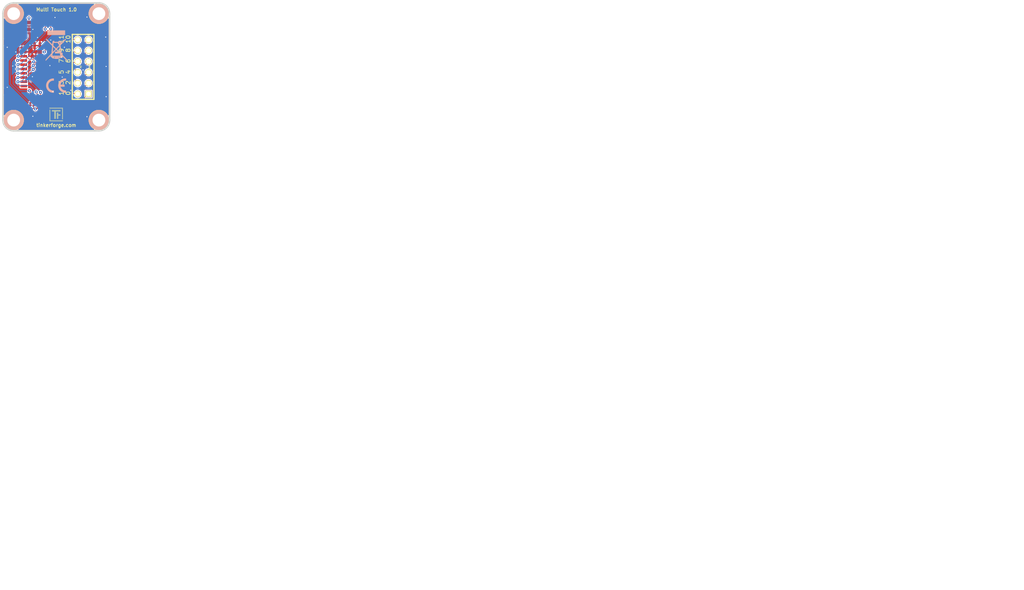
<source format=kicad_pcb>
(kicad_pcb (version 20221018) (generator pcbnew)
  (title_block (title "Multi Touch Bricklet") (rev "1.0") (company "Tinkerforge GmbH") (comment 1 "Licensed under CERN OHL v.1.1") (comment 2 "Copyright (©) 2013, B.Nordmeyer <bastian@tinkerforge.com>"))
  (layers (0 "F.Cu" power "Vorderseite") (31 "B.Cu" signal "Rückseite") (34 "B.Paste" user) (35 "F.Paste" user) (36 "B.SilkS" user "B.Silkscreen") (37 "F.SilkS" user "F.Silkscreen") (38 "B.Mask" user) (39 "F.Mask" user) (44 "Edge.Cuts" user))
  (net 0 "")
  (net 1 "GND")
  (net 2 "VCC")
  (net 3 "Net-(C3-Pad2)")
  (net 4 "Net-(P1-Pad1)")
  (net 5 "Net-(P1-Pad4)")
  (net 6 "Net-(P1-Pad5)")
  (net 7 "Net-(P1-Pad6)")
  (net 8 "Net-(P1-Pad7)")
  (net 9 "Net-(P1-Pad8)")
  (net 10 "Net-(P1-Pad9)")
  (net 11 "Net-(P1-Pad10)")
  (net 12 "Net-(P2-Pad1)")
  (net 13 "Net-(P2-Pad2)")
  (net 14 "Net-(P2-Pad3)")
  (net 15 "Net-(P2-Pad4)")
  (net 16 "Net-(P2-Pad5)")
  (net 17 "Net-(P2-Pad6)")
  (net 18 "Net-(P2-Pad7)")
  (net 19 "Net-(P2-Pad8)")
  (net 20 "Net-(P2-Pad9)")
  (net 21 "Net-(P2-Pad10)")
  (net 22 "Net-(P2-Pad11)")
  (net 23 "Net-(P2-Pad12)")
  (net 24 "Net-(R1-Pad1)")
  (net 25 "Net-(RP1-Pad3)")
  (net 26 "Net-(U1-Pad7)")
  (footprint "kicad-libraries:SOIC8" (layer "F.Cu") (at 52.2 34.6)
    (fp_text reference "U1")
    (fp_text value "M24C64")
    (pad "1" smd rect (at -1.90246 2.69748 180) (size 0.59944 1.5494) (layers "F.Cu" "F.Paste" "F.Mask") (net 1 "GND"))
    (pad "2" smd rect (at -0.63246 2.69748 180) (size 0.59944 1.5494) (layers "F.Cu" "F.Paste" "F.Mask") (net 1 "GND"))
    (pad "3" smd rect (at 0.63246 2.69748 180) (size 0.59944 1.5494) (layers "F.Cu" "F.Paste" "F.Mask") (net 7 "Net-(P1-Pad6)"))
    (pad "4" smd rect (at 1.90246 2.69748 180) (size 0.59944 1.5494) (layers "F.Cu" "F.Paste" "F.Mask") (net 1 "GND"))
    (pad "5" smd rect (at 1.90246 -2.69748) (size 0.59944 1.5494) (layers "F.Cu" "F.Paste" "F.Mask") (net 6 "Net-(P1-Pad5)"))
    (pad "6" smd rect (at 0.63246 -2.69748) (size 0.59944 1.5494) (layers "F.Cu" "F.Paste" "F.Mask") (net 5 "Net-(P1-Pad4)"))
    (pad "7" smd rect (at -0.63246 -2.69748) (size 0.59944 1.5494) (layers "F.Cu" "F.Paste" "F.Mask") (net 26 "Net-(U1-Pad7)"))
    (pad "8" smd rect (at -1.90246 -2.69748) (size 0.59944 1.5494) (layers "F.Cu" "F.Paste" "F.Mask") (net 2 "VCC"))
  )
  (footprint "kicad-libraries:CON-SENSOR" (layer "F.Cu") (at 43 42.3 -90)
    (fp_text reference "P1")
    (fp_text value "CON-SENSOR")
    (pad "1" smd rect (at -4.50088 -4.7752 270) (size 0.59944 1.5494) (layers "F.Cu" "F.Paste" "F.Mask") (net 4 "Net-(P1-Pad1)"))
    (pad "2" smd rect (at -3.50012 -4.7752 270) (size 0.59944 1.5494) (layers "F.Cu" "F.Paste" "F.Mask") (net 1 "GND"))
    (pad "3" smd rect (at -2.49936 -4.7752 270) (size 0.59944 1.5494) (layers "F.Cu" "F.Paste" "F.Mask") (net 2 "VCC"))
    (pad "4" smd rect (at -1.50114 -4.7752 270) (size 0.59944 1.5494) (layers "F.Cu" "F.Paste" "F.Mask") (net 5 "Net-(P1-Pad4)"))
    (pad "5" smd rect (at -0.50038 -4.7752 270) (size 0.59944 1.5494) (layers "F.Cu" "F.Paste" "F.Mask") (net 6 "Net-(P1-Pad5)"))
    (pad "6" smd rect (at 0.50038 -4.7752 270) (size 0.59944 1.5494) (layers "F.Cu" "F.Paste" "F.Mask") (net 7 "Net-(P1-Pad6)"))
    (pad "7" smd rect (at 1.50114 -4.7752 270) (size 0.59944 1.5494) (layers "F.Cu" "F.Paste" "F.Mask") (net 8 "Net-(P1-Pad7)"))
    (pad "8" smd rect (at 2.49936 -4.7752 270) (size 0.59944 1.5494) (layers "F.Cu" "F.Paste" "F.Mask") (net 9 "Net-(P1-Pad8)"))
    (pad "9" smd rect (at 3.50012 -4.7752 270) (size 0.59944 1.5494) (layers "F.Cu" "F.Paste" "F.Mask") (net 10 "Net-(P1-Pad9)"))
    (pad "10" smd rect (at 4.50088 -4.7752 270) (size 0.59944 1.5494) (layers "F.Cu" "F.Paste" "F.Mask") (net 11 "Net-(P1-Pad10)"))
    (pad "EP" smd rect (at -5.79882 -0.89916 270) (size 1.19888 1.80086) (layers "F.Cu" "F.Paste" "F.Mask") (net 1 "GND"))
    (pad "EP" smd rect (at 5.79882 -0.89916 270) (size 1.19888 1.80086) (layers "F.Cu" "F.Paste" "F.Mask") (net 1 "GND"))
  )
  (footprint "kicad-libraries:QFN20-3X3" (layer "F.Cu") (at 53.75 42.05 -90)
    (fp_text reference "U2")
    (fp_text value "MPR121Q")
    (pad "1" smd rect (at -0.79756 1.4986 90) (size 0.24892 0.89916) (layers "F.Cu" "F.Paste" "F.Mask") (net 8 "Net-(P1-Pad7)"))
    (pad "2" smd rect (at -0.39878 1.4986 90) (size 0.24892 0.89916) (layers "F.Cu" "F.Paste" "F.Mask") (net 9 "Net-(P1-Pad8)"))
    (pad "3" smd rect (at 0 1.4986 90) (size 0.24892 0.89916) (layers "F.Cu" "F.Paste" "F.Mask") (net 10 "Net-(P1-Pad9)"))
    (pad "4" smd rect (at 0.39878 1.4986 90) (size 0.24892 0.89916) (layers "F.Cu" "F.Paste" "F.Mask") (net 1 "GND"))
    (pad "5" smd rect (at 0.79756 1.4986 90) (size 0.24892 0.89916) (layers "F.Cu" "F.Paste" "F.Mask") (net 3 "Net-(C3-Pad2)"))
    (pad "6" smd rect (at 1.4986 0.79756 180) (size 0.24892 0.89916) (layers "F.Cu" "F.Paste" "F.Mask") (net 1 "GND"))
    (pad "7" smd rect (at 1.4986 0.39878 180) (size 0.24892 0.89916) (layers "F.Cu" "F.Paste" "F.Mask") (net 24 "Net-(R1-Pad1)"))
    (pad "8" smd rect (at 1.4986 0 180) (size 0.24892 0.89916) (layers "F.Cu" "F.Paste" "F.Mask") (net 12 "Net-(P2-Pad1)"))
    (pad "9" smd rect (at 1.4986 -0.39878 180) (size 0.24892 0.89916) (layers "F.Cu" "F.Paste" "F.Mask") (net 13 "Net-(P2-Pad2)"))
    (pad "10" smd rect (at 1.4986 -0.79756 180) (size 0.24892 0.89916) (layers "F.Cu" "F.Paste" "F.Mask") (net 14 "Net-(P2-Pad3)"))
    (pad "11" smd rect (at 0.79756 -1.4986 270) (size 0.24892 0.89916) (layers "F.Cu" "F.Paste" "F.Mask") (net 15 "Net-(P2-Pad4)"))
    (pad "12" smd rect (at 0.39878 -1.4986 270) (size 0.24892 0.89916) (layers "F.Cu" "F.Paste" "F.Mask") (net 16 "Net-(P2-Pad5)"))
    (pad "13" smd rect (at 0 -1.4986 270) (size 0.24892 0.89916) (layers "F.Cu" "F.Paste" "F.Mask") (net 17 "Net-(P2-Pad6)"))
    (pad "14" smd rect (at -0.39878 -1.4986 270) (size 0.24892 0.89916) (layers "F.Cu" "F.Paste" "F.Mask") (net 18 "Net-(P2-Pad7)"))
    (pad "15" smd rect (at -0.79756 -1.4986 270) (size 0.24892 0.89916) (layers "F.Cu" "F.Paste" "F.Mask") (net 19 "Net-(P2-Pad8)"))
    (pad "16" smd rect (at -1.4986 -0.79756) (size 0.24892 0.89916) (layers "F.Cu" "F.Paste" "F.Mask") (net 20 "Net-(P2-Pad9)"))
    (pad "17" smd rect (at -1.4986 -0.39878) (size 0.24892 0.89916) (layers "F.Cu" "F.Paste" "F.Mask") (net 21 "Net-(P2-Pad10)"))
    (pad "18" smd rect (at -1.4986 0) (size 0.24892 0.89916) (layers "F.Cu" "F.Paste" "F.Mask") (net 22 "Net-(P2-Pad11)"))
    (pad "19" smd rect (at -1.4986 0.39878) (size 0.24892 0.89916) (layers "F.Cu" "F.Paste" "F.Mask") (net 23 "Net-(P2-Pad12)"))
    (pad "20" smd rect (at -1.4986 0.79756) (size 0.24892 0.89916) (layers "F.Cu" "F.Paste" "F.Mask") (net 2 "VCC"))
  )
  (footprint "pin_array_6x2" (layer "F.Cu") (at 61.7 42.3 90)
    (fp_text reference "P2" (at 0 -0.5 90) (layer "F.SilkS") (effects (font (size 0.3 0.3) (thickness 0.075))))
    (fp_text value "CONN_12" (at 0.1 1.5 90) (layer "F.SilkS") (effects (font (size 0.3 0.3) (thickness 0.075))))
    (pad "1" thru_hole rect (at -6.35 1.27 90) (size 1.524 1.524) (drill 1.016) (layers "*.Cu" "*.Mask" "F.SilkS") (net 12 "Net-(P2-Pad1)"))
    (pad "2" thru_hole circle (at -6.35 -1.27 90) (size 1.524 1.524) (drill 1.016) (layers "*.Cu" "*.Mask" "F.SilkS") (net 13 "Net-(P2-Pad2)"))
    (pad "3" thru_hole circle (at -3.81 1.27 90) (size 1.524 1.524) (drill 1.016) (layers "*.Cu" "*.Mask" "F.SilkS") (net 14 "Net-(P2-Pad3)"))
    (pad "4" thru_hole circle (at -3.81 -1.27 90) (size 1.524 1.524) (drill 1.016) (layers "*.Cu" "*.Mask" "F.SilkS") (net 15 "Net-(P2-Pad4)"))
    (pad "5" thru_hole circle (at -1.27 1.27 90) (size 1.524 1.524) (drill 1.016) (layers "*.Cu" "*.Mask" "F.SilkS") (net 16 "Net-(P2-Pad5)"))
    (pad "6" thru_hole circle (at -1.27 -1.27 90) (size 1.524 1.524) (drill 1.016) (layers "*.Cu" "*.Mask" "F.SilkS") (net 17 "Net-(P2-Pad6)"))
    (pad "7" thru_hole circle (at 1.27 1.27 90) (size 1.524 1.524) (drill 1.016) (layers "*.Cu" "*.Mask" "F.SilkS") (net 18 "Net-(P2-Pad7)"))
    (pad "8" thru_hole circle (at 1.27 -1.27 90) (size 1.524 1.524) (drill 1.016) (layers "*.Cu" "*.Mask" "F.SilkS") (net 19 "Net-(P2-Pad8)"))
    (pad "9" thru_hole circle (at 3.81 1.27 90) (size 1.524 1.524) (drill 1.016) (layers "*.Cu" "*.Mask" "F.SilkS") (net 20 "Net-(P2-Pad9)"))
    (pad "10" thru_hole circle (at 3.81 -1.27 90) (size 1.524 1.524) (drill 1.016) (layers "*.Cu" "*.Mask" "F.SilkS") (net 21 "Net-(P2-Pad10)"))
    (pad "11" thru_hole circle (at 6.35 1.27 90) (size 1.524 1.524) (drill 1.016) (layers "*.Cu" "*.Mask" "F.SilkS") (net 22 "Net-(P2-Pad11)"))
    (pad "12" thru_hole circle (at 6.35 -1.27 90) (size 1.524 1.524) (drill 1.016) (layers "*.Cu" "*.Mask" "F.SilkS") (net 23 "Net-(P2-Pad12)"))
  )
  (footprint "kicad-libraries:0603X4" (layer "F.Cu") (at 50.5 50.2)
    (fp_text reference "RP1")
    (fp_text value "10k")
    (pad "1" smd rect (at 1.19888 -0.8509) (size 0.44958 0.89916) (layers "F.Cu" "F.Paste" "F.Mask") (net 10 "Net-(P1-Pad9)"))
    (pad "2" smd rect (at 0.39878 -0.8509) (size 0.44958 0.89916) (layers "F.Cu" "F.Paste" "F.Mask") (net 9 "Net-(P1-Pad8)"))
    (pad "3" smd rect (at -0.39878 -0.8509) (size 0.44958 0.89916) (layers "F.Cu" "F.Paste" "F.Mask") (net 25 "Net-(RP1-Pad3)"))
    (pad "4" smd rect (at -1.19888 -0.8509) (size 0.44958 0.89916) (layers "F.Cu" "F.Paste" "F.Mask") (net 8 "Net-(P1-Pad7)"))
    (pad "5" smd rect (at -1.19888 0.8509) (size 0.44958 0.89916) (layers "F.Cu" "F.Paste" "F.Mask") (net 2 "VCC"))
    (pad "6" smd rect (at -0.39878 0.8509) (size 0.44958 0.89916) (layers "F.Cu" "F.Paste" "F.Mask") (net 2 "VCC"))
    (pad "7" smd rect (at 0.39878 0.8509) (size 0.44958 0.89916) (layers "F.Cu" "F.Paste" "F.Mask") (net 2 "VCC"))
    (pad "8" smd rect (at 1.19888 0.8509) (size 0.44958 0.89916) (layers "F.Cu" "F.Paste" "F.Mask") (net 2 "VCC"))
  )
  (footprint "kicad-libraries:Logo_31x31" (layer "F.Cu") (at 53.8 51.9)
    (fp_text reference "G***" hide)
    (fp_text value "Logo_31x31" hide)
  )
  (footprint "kicad-libraries:Fiducial_Mark" (layer "F.Cu") (at 61.4 52.3)
    (fp_text reference "Fiducial_Mark" hide)
    (fp_text value "VAL**" hide)
    (pad "1" smd circle (at 0 0) (size 1.00076 1.00076) (layers "F.Cu" "F.Paste" "F.Mask") (clearance 0.65024))
  )
  (footprint "kicad-libraries:Fiducial_Mark" (layer "F.Cu") (at 47.75 35.05)
    (fp_text reference "Fiducial_Mark" hide)
    (fp_text value "VAL**" hide)
    (pad "1" smd circle (at 0 0) (size 1.00076 1.00076) (layers "F.Cu" "F.Paste" "F.Mask") (clearance 0.65024))
  )
  (footprint "kicad-libraries:C0603" (layer "F.Cu") (at 49 32.7 -90)
    (fp_text reference "C1")
    (fp_text value "100nF")
    (pad "1" smd rect (at -0.8001 0 270) (size 0.8001 0.8001) (layers "F.Cu" "F.Paste" "F.Mask") (net 2 "VCC"))
    (pad "2" smd rect (at 0.8001 0 270) (size 0.8001 0.8001) (layers "F.Cu" "F.Paste" "F.Mask") (net 1 "GND"))
  )
  (footprint "kicad-libraries:C0603" (layer "F.Cu") (at 50.6 39.8)
    (fp_text reference "C2")
    (fp_text value "100nF")
    (pad "1" smd rect (at -0.8001 0) (size 0.8001 0.8001) (layers "F.Cu" "F.Paste" "F.Mask") (net 1 "GND"))
    (pad "2" smd rect (at 0.8001 0) (size 0.8001 0.8001) (layers "F.Cu" "F.Paste" "F.Mask") (net 2 "VCC"))
  )
  (footprint "kicad-libraries:C0603" (layer "F.Cu") (at 50.55 43.95)
    (fp_text reference "C3")
    (fp_text value "100nF")
    (pad "1" smd rect (at -0.8001 0) (size 0.8001 0.8001) (layers "F.Cu" "F.Paste" "F.Mask") (net 1 "GND"))
    (pad "2" smd rect (at 0.8001 0) (size 0.8001 0.8001) (layers "F.Cu" "F.Paste" "F.Mask") (net 3 "Net-(C3-Pad2)"))
  )
  (footprint "kicad-libraries:R0603" (layer "F.Cu") (at 50.55 45.35 180)
    (fp_text reference "R1")
    (fp_text value "75k")
    (pad "1" smd rect (at -0.8001 0 180) (size 0.8001 0.8001) (layers "F.Cu" "F.Paste" "F.Mask") (net 24 "Net-(R1-Pad1)"))
    (pad "2" smd rect (at 0.8001 0 180) (size 0.8001 0.8001) (layers "F.Cu" "F.Paste" "F.Mask") (net 1 "GND"))
  )
  (footprint "kicad-libraries:DRILL_NP" (layer "F.Cu") (at 65.4 29.8)
    (fp_text reference "U3" hide)
    (fp_text value "DRILL" hide)
    (pad "" np_thru_hole circle (at 0 0) (size 2.99974 2.99974) (drill 2.99974) (layers "*.Cu" "*.Mask" "F.SilkS") (clearance 0.89916))
  )
  (footprint "kicad-libraries:DRILL_NP" (layer "F.Cu") (at 45.4 54.8)
    (fp_text reference "U4" hide)
    (fp_text value "DRILL" hide)
    (pad "" np_thru_hole circle (at 0 0) (size 2.99974 2.99974) (drill 2.99974) (layers "*.Cu" "*.Mask" "F.SilkS") (clearance 0.89916))
  )
  (footprint "kicad-libraries:DRILL_NP" (layer "F.Cu") (at 65.4 54.8)
    (fp_text reference "U5" hide)
    (fp_text value "DRILL" hide)
    (pad "" np_thru_hole circle (at 0 0) (size 2.99974 2.99974) (drill 2.99974) (layers "*.Cu" "*.Mask" "F.SilkS") (clearance 0.89916))
  )
  (footprint "kicad-libraries:DRILL_NP" (layer "F.Cu") (at 45.4 29.8)
    (fp_text reference "U6" hide)
    (fp_text value "DRILL" hide)
    (pad "" np_thru_hole circle (at 0 0) (size 2.99974 2.99974) (drill 2.99974) (layers "*.Cu" "*.Mask" "F.SilkS") (clearance 0.89916))
  )
  (footprint "kicad-libraries:CE_5mm" (layer "B.Cu") (at 55.4 46.7)
    (fp_text reference "VAL" hide)
    (fp_text value "CE_5mm" hide)
  )
  (footprint "kicad-libraries:WEEE_7mm" (layer "B.Cu") (at 55.4 37.3)
    (fp_text reference "VAL" hide)
    (fp_text value "WEEE_7mm" hide)
  )
  (gr_arc (start 65.5 27.3) (mid 67.238478 28.102944) (end 67.9 29.9) (stroke (width 0.381)) (layer "Edge.Cuts"))
  (gr_arc (start 42.9 29.8) (mid 43.632233 28.032233) (end 45.4 27.3) (stroke (width 0.381)) (layer "Edge.Cuts"))
  (gr_line (start 65.5 27.3) (end 45.4 27.3) (stroke (width 0.381)) (layer "Edge.Cuts"))
  (gr_arc (start 45.4 57.3) (mid 43.632233 56.567767) (end 42.9 54.8) (stroke (width 0.381)) (layer "Edge.Cuts"))
  (gr_arc (start 67.9 54.8) (mid 67.167767 56.567767) (end 65.4 57.3) (stroke (width 0.381)) (layer "Edge.Cuts"))
  (gr_line (start 67.9 29.9) (end 67.9 54.8) (stroke (width 0.381)) (layer "Edge.Cuts"))
  (gr_line (start 45.4 57.3) (end 65.4 57.3) (stroke (width 0.381)) (layer "Edge.Cuts"))
  (gr_line (start 42.9 54.8) (end 42.9 29.8) (stroke (width 0.381)) (layer "Edge.Cuts"))
  (gr_text "2" (at 58.2 46 90) (layer "F.SilkS") (effects (font (size 1 1))))
  (gr_text "1" (at 56.6 48.5 90) (layer "F.SilkS") (effects (font (size 1 1))))
  (gr_text "3" (at 56.6 46 90) (layer "F.SilkS") (effects (font (size 1 1))))
  (gr_text "9" (at 56.6 38.4 90) (layer "F.SilkS") (effects (font (size 1 1))))
  (gr_text "8" (at 58.2 38.4 90) (layer "F.SilkS") (effects (font (size 1 1))))
  (gr_text "5" (at 56.6 43.5 90) (layer "F.SilkS") (effects (font (size 1 1))))
  (gr_text "10" (at 58.2 35.8 90) (layer "F.SilkS") (effects (font (size 1 1))))
  (gr_text "7" (at 56.6 40.9 90) (layer "F.SilkS") (effects (font (size 1 1))))
  (gr_text "6" (at 58.2 40.9 90) (layer "F.SilkS") (effects (font (size 1 1))))
  (gr_text "11" (at 56.6 35.8 90) (layer "F.SilkS") (effects (font (size 1 1))))
  (gr_text "Multi Touch 1.0" (at 55.45 28.85) (layer "F.SilkS") (effects (font (size 0.8 0.8))))
  (gr_text "4" (at 58.2 43.5 90) (layer "F.SilkS") (effects (font (size 1 1))))
  (gr_text "tinkerforge.com" (at 55.4 56) (layer "F.SilkS") (effects (font (size 0.8 0.8))))
  (gr_text "0" (at 58.2 48.5 90) (layer "F.SilkS") (effects (font (size 1 1))))
  (segment (start 49.85 43.95) (end 51.35122 42.44878) (width 0.15) (layer "F.Cu") (net 1))
  (segment (start 51.35122 42.44878) (end 52.2514 42.44878) (width 0.15) (layer "F.Cu") (net 1))
  (segment (start 52.95244 42.94756) (end 53.9 42) (width 0.15) (layer "F.Cu") (net 1))
  (segment (start 49.7999 37.7999) (end 49.2 37.2) (width 0.15) (layer "F.Cu") (net 1))
  (segment (start 49.7999 39.3999) (end 49.19988 38.79988) (width 0.15) (layer "F.Cu") (net 1))
  (segment (start 49.19988 38.79988) (end 47.7752 38.79988) (width 0.15) (layer "F.Cu") (net 1))
  (segment (start 45.90012 38.79988) (end 45.9 38.8) (width 0.15) (layer "F.Cu") (net 1))
  (segment (start 50.29754 35.90246) (end 50.5 35.7) (width 0.15) (layer "F.Cu") (net 1))
  (segment (start 50.5 35.7) (end 51 35.7) (width 0.15) (layer "F.Cu") (net 1))
  (segment (start 51.4 35.7) (end 51.56754 35.86754) (width 0.15) (layer "F.Cu") (net 1))
  (segment (start 51.56754 35.86754) (end 51.56754 37.29748) (width 0.15) (layer "F.Cu") (net 1))
  (segment (start 51 35.7) (end 51.4 35.7) (width 0.15) (layer "F.Cu") (net 1))
  (segment (start 49.8999 33.5001) (end 49.9 33.5) (width 0.15) (layer "F.Cu") (net 1))
  (segment (start 54.1 36) (end 54.10246 36.00246) (width 0.15) (layer "F.Cu") (net 1))
  (segment (start 54.10246 36.00246) (end 54.10246 37.29748) (width 0.15) (layer "F.Cu") (net 1))
  (segment (start 53.5 35.4) (end 54.1 36) (width 0.15) (layer "F.Cu") (net 1))
  (segment (start 49.7499 44.5499) (end 49.8 44.6) (width 0.15) (layer "F.Cu") (net 1))
  (segment (start 43.89916 47.10084) (end 43.9 47.1) (width 0.15) (layer "F.Cu") (net 1))
  (segment (start 43.9 37.7) (end 43.89916 37.69916) (width 0.15) (layer "F.Cu") (net 1))
  (segment (start 43.89916 37.69916) (end 43.89916 36.50118) (width 0.15) (layer "F.Cu") (net 1))
  (segment (start 45 38.8) (end 43.9 37.7) (width 0.15) (layer "F.Cu") (net 1))
  (segment (start 51 34.6) (end 49.9 33.5) (width 0.15) (layer "F.Cu") (net 1))
  (segment (start 55.1 30.7) (end 55.2 30.6) (width 0.15) (layer "F.Cu") (net 1))
  (segment (start 55.2 30.6) (end 62.6 30.6) (width 0.15) (layer "F.Cu") (net 1))
  (segment (start 67 35.3) (end 67.1 35.4) (width 0.15) (layer "F.Cu") (net 1))
  (segment (start 67.1 35.4) (end 67.1 42.2) (width 0.15) (layer "F.Cu") (net 1))
  (segment (start 67.1 49.3) (end 65 49.3) (width 0.15) (layer "F.Cu") (net 1))
  (segment (start 65 49.3) (end 64.8 49.5) (width 0.15) (layer "F.Cu") (net 1))
  (segment (start 64.8 49.5) (end 64.4 49.5) (width 0.15) (layer "F.Cu") (net 1))
  (segment (start 64.4 49.5) (end 62.75 51.15) (width 0.15) (layer "F.Cu") (net 1))
  (segment (start 62.5 42.2) (end 61.7 43) (width 0.15) (layer "F.Cu") (net 1))
  (segment (start 45.8 38.8) (end 45.2 39.4) (width 0.15) (layer "F.Cu") (net 1))
  (segment (start 45.2 39.4) (end 45.2 42.1) (width 0.15) (layer "F.Cu") (net 1))
  (segment (start 62.6 53.8) (end 62.75 53.65) (width 0.15) (layer "F.Cu") (net 1))
  (segment (start 62.75 53.65) (end 62.75 51.15) (width 0.15) (layer "F.Cu") (net 1))
  (segment (start 51 35.4) (end 51 34.6) (width 0.15) (layer "F.Cu") (net 1))
  (segment (start 49.7499 43.95) (end 49.7499 45.35) (width 0.15) (layer "F.Cu") (net 1))
  (segment (start 67.1 42.2) (end 62.5 42.2) (width 0.15) (layer "F.Cu") (net 1))
  (segment (start 51 35.4) (end 53.5 35.4) (width 0.15) (layer "F.Cu") (net 1))
  (segment (start 49.7999 37.7999) (end 49.7999 39.8) (width 0.15) (layer "F.Cu") (net 1))
  (segment (start 45.9 38.8) (end 45.8 38.8) (width 0.15) (layer "F.Cu") (net 1))
  (segment (start 49.8999 33.5001) (end 49 33.5001) (width 0.15) (layer "F.Cu") (net 1))
  (segment (start 43.89916 48.09882) (end 43.89916 47.10084) (width 0.15) (layer "F.Cu") (net 1))
  (segment (start 62.6 54) (end 62.6 53.8) (width 0.15) (layer "F.Cu") (net 1))
  (segment (start 49.7499 43.95) (end 49.7499 44.5499) (width 0.15) (layer "F.Cu") (net 1))
  (segment (start 49.7999 39.8) (end 49.7999 39.3999) (width 0.15) (layer "F.Cu") (net 1))
  (segment (start 45.9 38.8) (end 45 38.8) (width 0.15) (layer "F.Cu") (net 1))
  (segment (start 52.95244 43.5486) (end 52.95244 42.94756) (width 0.15) (layer "F.Cu") (net 1))
  (segment (start 50.29754 37.29748) (end 50.29754 35.90246) (width 0.15) (layer "F.Cu") (net 1))
  (segment (start 47.7752 38.79988) (end 45.90012 38.79988) (width 0.15) (layer "F.Cu") (net 1))
  (segment (start 51 35.7) (end 51 35.4) (width 0.15) (layer "F.Cu") (net 1))
  (segment (start 49.7499 43.95) (end 49.85 43.95) (width 0.15) (layer "F.Cu") (net 1))
  (via (at 61.7 43) (size 0.70104) (drill 0.24892) (layers "F.Cu" "B.Cu") (net 1))
  (via (at 67 35.3) (size 0.70104) (drill 0.24892) (layers "F.Cu" "B.Cu") (net 1))
  (via (at 49.8 44.6) (size 0.70104) (drill 0.24892) (layers "F.Cu" "B.Cu") (net 1))
  (via (at 54.6 48.1) (size 0.70104) (drill 0.24892) (layers "F.Cu" "B.Cu") (net 1))
  (via (at 49.9 53.9) (size 0.70104) (drill 0.24892) (layers "F.Cu" "B.Cu") (net 1))
  (via (at 62.6 54) (size 0.70104) (drill 0.24892) (layers "F.Cu" "B.Cu") (net 1))
  (via (at 58.8 47.8) (size 0.70104) (drill 0.24892) (layers "F.Cu" "B.Cu") (net 1))
  (via (at 56.7 40) (size 0.70104) (drill 0.24892) (layers "F.Cu" "B.Cu") (net 1))
  (via (at 49.9 33.5) (size 0.70104) (drill 0.24892) (layers "F.Cu" "B.Cu") (net 1))
  (via (at 67.1 49.3) (size 0.70104) (drill 0.24892) (layers "F.Cu" "B.Cu") (net 1))
  (via (at 49.2 37.2) (size 0.70104) (drill 0.24892) (layers "F.Cu" "B.Cu") (net 1))
  (via (at 53.9 42) (size 0.70104) (drill 0.24892) (layers "F.Cu" "B.Cu") (net 1))
  (via (at 57.3 37.7) (size 0.70104) (drill 0.24892) (layers "F.Cu" "B.Cu") (net 1))
  (via (at 55.1 30.7) (size 0.70104) (drill 0.24892) (layers "F.Cu" "B.Cu") (net 1))
  (via (at 43.9 37.7) (size 0.70104) (drill 0.24892) (layers "F.Cu" "B.Cu") (net 1))
  (via (at 67.1 42.2) (size 0.70104) (drill 0.24892) (layers "F.Cu" "B.Cu") (net 1))
  (via (at 45.9 38.8) (size 0.70104) (drill 0.24892) (layers "F.Cu" "B.Cu") (net 1))
  (via (at 45.2 42.1) (size 0.70104) (drill 0.24892) (layers "F.Cu" "B.Cu") (net 1))
  (via (at 62.6 30.6) (size 0.70104) (drill 0.24892) (layers "F.Cu" "B.Cu") (net 1))
  (via (at 51 35.4) (size 0.70104) (drill 0.24892) (layers "F.Cu" "B.Cu") (net 1))
  (via (at 43.9 47.1) (size 0.70104) (drill 0.24892) (layers "F.Cu" "B.Cu") (net 1))
  (via (at 54.1 36) (size 0.70104) (drill 0.24892) (layers "F.Cu" "B.Cu") (net 1))
  (via (at 56.8 44.7) (size 0.70104) (drill 0.24892) (layers "F.Cu" "B.Cu") (net 1))
  (segment (start 53.9 36.2) (end 54.1 36) (width 0.15) (layer "B.Cu") (net 1))
  (segment (start 51.9 44.6) (end 52.1 44.4) (width 0.15) (layer "B.Cu") (net 1))
  (segment (start 53.9 42.6) (end 53.9 42) (width 0.15) (layer "B.Cu") (net 1))
  (segment (start 43.9 47.1) (end 43.9 37.7) (width 0.15) (layer "B.Cu") (net 1))
  (segment (start 54.1 35.9) (end 55.1 34.9) (width 0.15) (layer "B.Cu") (net 1))
  (segment (start 55.1 34.9) (end 55.1 30.7) (width 0.15) (layer "B.Cu") (net 1))
  (segment (start 62.6 30.6) (end 62.6 33.6) (width 0.15) (layer "B.Cu") (net 1))
  (segment (start 62.6 33.6) (end 64.3 35.3) (width 0.15) (layer "B.Cu") (net 1))
  (segment (start 64.3 35.3) (end 67 35.3) (width 0.15) (layer "B.Cu") (net 1))
  (segment (start 67.1 42.2) (end 67.1 49.3) (width 0.15) (layer "B.Cu") (net 1))
  (segment (start 62.6 54) (end 62.5 53.9) (width 0.15) (layer "B.Cu") (net 1))
  (segment (start 62.5 53.9) (end 49.9 53.9) (width 0.15) (layer "B.Cu") (net 1))
  (segment (start 52.1 44.4) (end 53.9 42.6) (width 0.15) (layer "B.Cu") (net 1))
  (segment (start 52.1 45.6) (end 54.6 48.1) (width 0.15) (layer "B.Cu") (net 1))
  (segment (start 54.1 42) (end 56.8 44.7) (width 0.15) (layer "B.Cu") (net 1))
  (segment (start 54.7 42) (end 56.7 40) (width 0.15) (layer "B.Cu") (net 1))
  (segment (start 55.6 36) (end 57.3 37.7) (width 0.15) (layer "B.Cu") (net 1))
  (segment (start 58.5 48.1) (end 58.8 47.8) (width 0.15) (layer "B.Cu") (net 1))
  (segment (start 51 35.4) (end 49.2 37.2) (width 0.15) (layer "B.Cu") (net 1))
  (segment (start 53.9 42) (end 54.7 42) (width 0.15) (layer "B.Cu") (net 1))
  (segment (start 54.6 48.1) (end 58.5 48.1) (width 0.15) (layer "B.Cu") (net 1))
  (segment (start 53.9 42) (end 54.1 42) (width 0.15) (layer "B.Cu") (net 1))
  (segment (start 54.1 36) (end 54.1 35.9) (width 0.15) (layer "B.Cu") (net 1))
  (segment (start 49.8 44.6) (end 51.9 44.6) (width 0.15) (layer "B.Cu") (net 1))
  (segment (start 52.1 44.4) (end 52.1 45.6) (width 0.15) (layer "B.Cu") (net 1))
  (segment (start 54.1 36) (end 55.6 36) (width 0.15) (layer "B.Cu") (net 1))
  (segment (start 53.9 42) (end 53.9 36.2) (width 0.15) (layer "B.Cu") (net 1))
  (segment (start 52.1515 40.5514) (end 51.4001 39.8) (width 0.15) (layer "F.Cu") (net 2))
  (segment (start 46.50064 39.80064) (end 46.5 39.8) (width 0.15) (layer "F.Cu") (net 2))
  (segment (start 48.30064 39.80064) (end 49 40.5) (width 0.15) (layer "F.Cu") (net 2))
  (segment (start 49 40.5) (end 50.7001 40.5) (width 0.15) (layer "F.Cu") (net 2))
  (segment (start 50.7001 40.5) (end 51.4001 39.8) (width 0.15) (layer "F.Cu") (net 2))
  (segment (start 50.29492 31.8999) (end 50.29754 31.90252) (width 0.15) (layer "F.Cu") (net 2))
  (segment (start 51.69888 51.80112) (end 51.4 52.1) (width 0.15) (layer "F.Cu") (net 2))
  (segment (start 51.4 52.1) (end 50.9 52.1) (width 0.15) (layer "F.Cu") (net 2))
  (segment (start 49.6 52.1) (end 49.30112 51.80112) (width 0.15) (layer "F.Cu") (net 2))
  (segment (start 49.30112 51.80112) (end 49.30112 51.0509) (width 0.15) (layer "F.Cu") (net 2))
  (segment (start 50.10122 52.1) (end 50.1 52.1) (width 0.15) (layer "F.Cu") (net 2))
  (segment (start 50.1 52.1) (end 49.6 52.1) (width 0.15) (layer "F.Cu") (net 2))
  (segment (start 50.89878 52.1) (end 50.9 52.1) (width 0.15) (layer "F.Cu") (net 2))
  (segment (start 50.9 52.1) (end 50.5 52.1) (width 0.15) (layer "F.Cu") (net 2))
  (segment (start 50.5 52.1) (end 50.1 52.1) (width 0.15) (layer "F.Cu") (net 2))
  (segment (start 49 31.8999) (end 50.29492 31.8999) (width 0.15) (layer "F.Cu") (net 2))
  (segment (start 52.95244 40.5514) (end 52.1515 40.5514) (width 0.15) (layer "F.Cu") (net 2))
  (segment (start 46.50064 39.80064) (end 47.7752 39.80064) (width 0.15) (layer "F.Cu") (net 2))
  (segment (start 50.5 52.1) (end 50.5 52.2) (width 0.15) (layer "F.Cu") (net 2))
  (segment (start 49 31.8999) (end 49 30.8) (width 0.15) (layer "F.Cu") (net 2))
  (segment (start 51.69888 51.0509) (end 51.69888 51.80112) (width 0.15) (layer "F.Cu") (net 2))
  (segment (start 47.7752 39.80064) (end 48.30064 39.80064) (width 0.15) (layer "F.Cu") (net 2))
  (segment (start 50.10122 51.0509) (end 50.10122 52.1) (width 0.15) (layer "F.Cu") (net 2))
  (segment (start 50.89878 51.0509) (end 50.89878 52.1) (width 0.15) (layer "F.Cu") (net 2))
  (via (at 50.5 52.2) (size 0.70104) (drill 0.24892) (layers "F.Cu" "B.Cu") (net 2))
  (via (at 46.5 39.8) (size 0.70104) (drill 0.24892) (layers "F.Cu" "B.Cu") (net 2))
  (via (at 49 30.8) (size 0.70104) (drill 0.24892) (layers "F.Cu" "B.Cu") (net 2))
  (segment (start 49 30.8) (end 49 35.7) (width 0.15) (layer "B.Cu") (net 2))
  (segment (start 49 35.7) (end 46.5 38.2) (width 0.15) (layer "B.Cu") (net 2))
  (segment (start 46.5 38.2) (end 46.5 39.8) (width 0.15) (layer "B.Cu") (net 2))
  (segment (start 50.5 52.2) (end 44.6 46.3) (width 0.15) (layer "B.Cu") (net 2))
  (segment (start 44.6 46.3) (end 44.6 41) (width 0.15) (layer "B.Cu") (net 2))
  (segment (start 44.6 41) (end 45.8 39.8) (width 0.15) (layer "B.Cu") (net 2))
  (segment (start 45.8 39.8) (end 46.5 39.8) (width 0.15) (layer "B.Cu") (net 2))
  (segment (start 51.55244 42.84756) (end 51.3501 43.0499) (width 0.15) (layer "F.Cu") (net 3))
  (segment (start 51.3501 43.0499) (end 51.3501 43.95) (width 0.15) (layer "F.Cu") (net 3))
  (segment (start 52.2514 42.84756) (end 51.55244 42.84756) (width 0.15) (layer "F.Cu") (net 3))
  (segment (start 52.83246 33.36754) (end 52.8 33.4) (width 0.15) (layer "F.Cu") (net 5))
  (segment (start 46.3 40.8) (end 46.30114 40.79886) (width 0.15) (layer "F.Cu") (net 5))
  (segment (start 46.30114 40.79886) (end 47.7752 40.79886) (width 0.15) (layer "F.Cu") (net 5))
  (segment (start 52.83246 31.90252) (end 52.83246 33.36754) (width 0.15) (layer "F.Cu") (net 5))
  (via (at 46.3 40.8) (size 0.70104) (drill 0.24892) (layers "F.Cu" "B.Cu") (net 5))
  (via (at 52.8 33.4) (size 0.70104) (drill 0.24892) (layers "F.Cu" "B.Cu") (net 5))
  (segment (start 52.8 33.4) (end 52.8 34.5) (width 0.15) (layer "B.Cu") (net 5))
  (segment (start 52.8 34.5) (end 46.5 40.8) (width 0.15) (layer "B.Cu") (net 5))
  (segment (start 46.5 40.8) (end 46.3 40.8) (width 0.15) (layer "B.Cu") (net 5))
  (segment (start 46.40038 41.79962) (end 46.4 41.8) (width 0.15) (layer "F.Cu") (net 6))
  (segment (start 54.1 33.4) (end 54.10246 33.39754) (width 0.15) (layer "F.Cu") (net 6))
  (segment (start 54.10246 33.39754) (end 54.10246 31.90252) (width 0.15) (layer "F.Cu") (net 6))
  (segment (start 47.7752 41.79962) (end 46.40038 41.79962) (width 0.15) (layer "F.Cu") (net 6))
  (via (at 46.4 41.8) (size 0.70104) (drill 0.24892) (layers "F.Cu" "B.Cu") (net 6))
  (via (at 54.1 33.4) (size 0.70104) (drill 0.24892) (layers "F.Cu" "B.Cu") (net 6))
  (segment (start 46.4 41.8) (end 46.7 41.5) (width 0.15) (layer "B.Cu") (net 6))
  (segment (start 46.7 41.5) (end 47.2 41.5) (width 0.15) (layer "B.Cu") (net 6))
  (segment (start 47.2 41.5) (end 54.1 34.6) (width 0.15) (layer "B.Cu") (net 6))
  (segment (start 54.1 34.6) (end 54.1 33.4) (width 0.15) (layer "B.Cu") (net 6))
  (segment (start 46.40038 42.80038) (end 46.4 42.8) (width 0.15) (layer "F.Cu") (net 7))
  (segment (start 52.6 38.8) (end 52.83246 38.56754) (width 0.15) (layer "F.Cu") (net 7))
  (segment (start 52.83246 38.56754) (end 52.83246 37.29748) (width 0.15) (layer "F.Cu") (net 7))
  (segment (start 47.7752 42.80038) (end 46.40038 42.80038) (width 0.15) (layer "F.Cu") (net 7))
  (via (at 52.6 38.8) (size 0.70104) (drill 0.24892) (layers "F.Cu" "B.Cu") (net 7))
  (via (at 46.4 42.8) (size 0.70104) (drill 0.24892) (layers "F.Cu" "B.Cu") (net 7))
  (segment (start 46.4 42.8) (end 47.1 42.8) (width 0.15) (layer "B.Cu") (net 7))
  (segment (start 47.1 42.8) (end 51.1 38.8) (width 0.15) (layer "B.Cu") (net 7))
  (segment (start 51.1 38.8) (end 52.6 38.8) (width 0.15) (layer "B.Cu") (net 7))
  (segment (start 46.40114 43.80114) (end 46.4 43.8) (width 0.15) (layer "F.Cu") (net 8))
  (segment (start 50.1 41.1) (end 50.25244 41.25244) (width 0.15) (layer "F.Cu") (net 8))
  (segment (start 50.25244 41.25244) (end 52.2514 41.25244) (width 0.15) (layer "F.Cu") (net 8))
  (segment (start 49.1 47.9) (end 49.30112 48.10112) (width 0.15) (layer "F.Cu") (net 8))
  (segment (start 49.30112 48.10112) (end 49.30112 49.3491) (width 0.15) (layer "F.Cu") (net 8))
  (segment (start 47.7752 43.80114) (end 46.40114 43.80114) (width 0.15) (layer "F.Cu") (net 8))
  (via (at 46.4 43.8) (size 0.70104) (drill 0.24892) (layers "F.Cu" "B.Cu") (net 8))
  (via (at 50.1 41.1) (size 0.70104) (drill 0.24892) (layers "F.Cu" "B.Cu") (net 8))
  (via (at 49.1 47.9) (size 0.70104) (drill 0.24892) (layers "F.Cu" "B.Cu") (net 8))
  (segment (start 46.4 43.8) (end 47.1 43.8) (width 0.15) (layer "B.Cu") (net 8))
  (segment (start 47.1 43.8) (end 49.8 41.1) (width 0.15) (layer "B.Cu") (net 8))
  (segment (start 49.8 41.1) (end 50.1 41.1) (width 0.15) (layer "B.Cu") (net 8))
  (segment (start 46 43.8) (end 45.3 44.5) (width 0.15) (layer "B.Cu") (net 8))
  (segment (start 45.3 44.5) (end 45.3 46.3) (width 0.15) (layer "B.Cu") (net 8))
  (segment (start 45.3 46.3) (end 46.9 47.9) (width 0.15) (layer "B.Cu") (net 8))
  (segment (start 46.9 47.9) (end 49.1 47.9) (width 0.15) (layer "B.Cu") (net 8))
  (segment (start 46.4 43.8) (end 46 43.8) (width 0.15) (layer "B.Cu") (net 8))
  (segment (start 46.40064 44.79936) (end 46.4 44.8) (width 0.15) (layer "F.Cu") (net 9))
  (segment (start 50 42) (end 50.34878 41.65122) (width 0.15) (layer "F.Cu") (net 9))
  (segment (start 50.34878 41.65122) (end 52.2514 41.65122) (width 0.15) (layer "F.Cu") (net 9))
  (segment (start 50.7 48.2) (end 50.89878 48.39878) (width 0.15) (layer "F.Cu") (net 9))
  (segment (start 50.89878 48.39878) (end 50.89878 49.3491) (width 0.15) (layer "F.Cu") (net 9))
  (segment (start 47.7752 44.79936) (end 46.40064 44.79936) (width 0.15) (layer "F.Cu") (net 9))
  (via (at 46.4 44.8) (size 0.70104) (drill 0.24892) (layers "F.Cu" "B.Cu") (net 9))
  (via (at 50.7 48.2) (size 0.70104) (drill 0.24892) (layers "F.Cu" "B.Cu") (net 9))
  (via (at 50 42) (size 0.70104) (drill 0.24892) (layers "F.Cu" "B.Cu") (net 9))
  (segment (start 46.4 44.8) (end 47.2 44.8) (width 0.15) (layer "B.Cu") (net 9))
  (segment (start 47.2 44.8) (end 50 42) (width 0.15) (layer "B.Cu") (net 9))
  (segment (start 46.2 44.8) (end 45.8 45.2) (width 0.15) (layer "B.Cu") (net 9))
  (segment (start 45.8 45.2) (end 45.8 46.1) (width 0.15) (layer "B.Cu") (net 9))
  (segment (start 45.8 46.1) (end 46.4 46.7) (width 0.15) (layer "B.Cu") (net 9))
  (segment (start 46.4 46.7) (end 49.2 46.7) (width 0.15) (layer "B.Cu") (net 9))
  (segment (start 49.2 46.7) (end 50.7 48.2) (width 0.15) (layer "B.Cu") (net 9))
  (segment (start 46.4 44.8) (end 46.2 44.8) (width 0.15) (layer "B.Cu") (net 9))
  (segment (start 50.85 42.05) (end 50 42.9) (width 0.15) (layer "F.Cu") (net 10))
  (segment (start 46.4 45.8) (end 46.40012 45.80012) (width 0.15) (layer "F.Cu") (net 10))
  (segment (start 46.40012 45.80012) (end 47.7752 45.80012) (width 0.15) (layer "F.Cu") (net 10))
  (segment (start 51.69888 48.30112) (end 51.7 48.3) (width 0.15) (layer "F.Cu") (net 10))
  (segment (start 51.69888 49.3491) (end 51.69888 48.30112) (width 0.15) (layer "F.Cu") (net 10))
  (segment (start 52.2514 42.05) (end 50.85 42.05) (width 0.15) (layer "F.Cu") (net 10))
  (via (at 46.4 45.8) (size 0.70104) (drill 0.24892) (layers "F.Cu" "B.Cu") (net 10))
  (via (at 51.7 48.3) (size 0.70104) (drill 0.24892) (layers "F.Cu" "B.Cu") (net 10))
  (via (at 50 42.9) (size 0.70104) (drill 0.24892) (layers "F.Cu" "B.Cu") (net 10))
  (segment (start 50 42.9) (end 47.1 45.8) (width 0.15) (layer "B.Cu") (net 10))
  (segment (start 47.1 45.8) (end 46.4 45.8) (width 0.15) (layer "B.Cu") (net 10))
  (segment (start 51.7 48.3) (end 49.2 45.8) (width 0.15) (layer "B.Cu") (net 10))
  (segment (start 49.2 45.8) (end 47.1 45.8) (width 0.15) (layer "B.Cu") (net 10))
  (segment (start 53.75 44.75) (end 59.1 50.1) (width 0.15) (layer "F.Cu") (net 12))
  (segment (start 59.1 50.1) (end 61.42 50.1) (width 0.15) (layer "F.Cu") (net 12))
  (segment (start 61.42 50.1) (end 62.97 48.55) (width 0.15) (layer "F.Cu") (net 12))
  (segment (start 53.75 43.5486) (end 53.75 44.75) (width 0.15) (layer "F.Cu") (net 12))
  (segment (start 54.14878 44.34878) (end 58.35 48.55) (width 0.15) (layer "F.Cu") (net 13))
  (segment (start 58.35 48.55) (end 60.43 48.55) (width 0.15) (layer "F.Cu") (net 13))
  (segment (start 54.14878 43.5486) (end 54.14878 44.34878) (width 0.15) (layer "F.Cu") (net 13))
  (segment (start 54.54756 44.24756) (end 57.5 47.2) (width 0.15) (layer "F.Cu") (net 14))
  (segment (start 57.5 47.2) (end 61.78 47.2) (width 0.15) (layer "F.Cu") (net 14))
  (segment (start 61.78 47.2) (end 62.97 46.01) (width 0.15) (layer "F.Cu") (net 14))
  (segment (start 54.54756 43.5486) (end 54.54756 44.24756) (width 0.15) (layer "F.Cu") (net 14))
  (segment (start 56.14756 42.84756) (end 56.8 43.5) (width 0.15) (layer "F.Cu") (net 15))
  (segment (start 56.8 43.5) (end 58.1 43.5) (width 0.15) (layer "F.Cu") (net 15))
  (segment (start 58.1 43.5) (end 60.43 45.83) (width 0.15) (layer "F.Cu") (net 15))
  (segment (start 60.43 45.83) (end 60.43 46.01) (width 0.15) (layer "F.Cu") (net 15))
  (segment (start 55.2486 42.84756) (end 56.14756 42.84756) (width 0.15) (layer "F.Cu") (net 15))
  (segment (start 56.34878 42.44878) (end 56.9 43) (width 0.15) (layer "F.Cu") (net 16))
  (segment (start 56.9 43) (end 58.2 43) (width 0.15) (layer "F.Cu") (net 16))
  (segment (start 58.2 43) (end 59.9 44.7) (width 0.15) (layer "F.Cu") (net 16))
  (segment (start 59.9 44.7) (end 61.74 44.7) (width 0.15) (layer "F.Cu") (net 16))
  (segment (start 61.74 44.7) (end 62.97 43.47) (width 0.15) (layer "F.Cu") (net 16))
  (segment (start 55.2486 42.44878) (end 56.34878 42.44878) (width 0.15) (layer "F.Cu") (net 16))
  (segment (start 56.55 42.05) (end 57.1 42.6) (width 0.15) (layer "F.Cu") (net 17))
  (segment (start 57.1 42.6) (end 59.56 42.6) (width 0.15) (layer "F.Cu") (net 17))
  (segment (start 59.56 42.6) (end 60.43 43.47) (width 0.15) (layer "F.Cu") (net 17))
  (segment (start 55.2486 42.05) (end 56.55 42.05) (width 0.15) (layer "F.Cu") (net 17))
  (segment (start 62.97 41.13) (end 61.9 42.2) (width 0.15) (layer "F.Cu") (net 18))
  (segment (start 61.9 42.2) (end 57.4 42.2) (width 0.15) (layer "F.Cu") (net 18))
  (segment (start 57.4 42.2) (end 56.85122 41.65122) (width 0.15) (layer "F.Cu") (net 18))
  (segment (start 56.85122 41.65122) (end 55.2486 41.65122) (width 0.15) (layer "F.Cu") (net 18))
  (segment (start 62.97 40.93) (end 62.97 41.13) (width 0.15) (layer "F.Cu") (net 18))
  (segment (start 60.10756 41.25244) (end 60.43 40.93) (width 0.15) (layer "F.Cu") (net 19))
  (segment (start 55.2486 41.25244) (end 60.10756 41.25244) (width 0.15) (layer "F.Cu") (net 19))
  (segment (start 54.54756 40.15244) (end 55.5 39.2) (width 0.15) (layer "F.Cu") (net 20))
  (segment (start 55.5 39.2) (end 58.8 39.2) (width 0.15) (layer "F.Cu") (net 20))
  (segment (start 58.8 39.2) (end 59.3 39.7) (width 0.15) (layer "F.Cu") (net 20))
  (segment (start 59.3 39.7) (end 61.66 39.7) (width 0.15) (layer "F.Cu") (net 20))
  (segment (start 61.66 39.7) (end 62.97 38.39) (width 0.15) (layer "F.Cu") (net 20))
  (segment (start 54.54756 40.5514) (end 54.54756 40.15244) (width 0.15) (layer "F.Cu") (net 20))
  (segment (start 54.14878 40.05122) (end 55.4 38.8) (width 0.15) (layer "F.Cu") (net 21))
  (segment (start 55.4 38.8) (end 60.02 38.8) (width 0.15) (layer "F.Cu") (net 21))
  (segment (start 60.02 38.8) (end 60.43 38.39) (width 0.15) (layer "F.Cu") (net 21))
  (segment (start 54.14878 40.5514) (end 54.14878 40.05122) (width 0.15) (layer "F.Cu") (net 21))
  (segment (start 53.75 39.95) (end 56.6 37.1) (width 0.15) (layer "F.Cu") (net 22))
  (segment (start 56.6 37.1) (end 61.72 37.1) (width 0.15) (layer "F.Cu") (net 22))
  (segment (start 61.72 37.1) (end 62.97 35.85) (width 0.15) (layer "F.Cu") (net 22))
  (segment (start 53.75 40.5514) (end 53.75 39.95) (width 0.15) (layer "F.Cu") (net 22))
  (segment (start 53.35122 39.74878) (end 57.25 35.85) (width 0.15) (layer "F.Cu") (net 23))
  (segment (start 57.25 35.85) (end 60.43 35.85) (width 0.15) (layer "F.Cu") (net 23))
  (segment (start 53.35122 40.5514) (end 53.35122 39.74878) (width 0.15) (layer "F.Cu") (net 23))
  (segment (start 53.35122 44.64878) (end 52.65 45.35) (width 0.15) (layer "F.Cu") (net 24))
  (segment (start 52.65 45.35) (end 51.3501 45.35) (width 0.15) (layer "F.Cu") (net 24))
  (segment (start 53.35122 43.5486) (end 53.35122 44.64878) (width 0.15) (layer "F.Cu") (net 24))
  (zone (net 1) (net_name "GND") (layer "F.Cu") (connect_pads (clearance 0.24892)) (min_thickness 0.24892) (fill yes (thermal_gap 0.29972) (thermal_bridge_width 0.29972))
    (polygon (pts (xy 42.9 57.3) (xy 67.9 57.3) (xy 67.9 27.3) (xy 42.9 27.3)))
  )
  (zone (net 1) (net_name "GND") (layer "B.Cu") (connect_pads (clearance 0.24892)) (min_thickness 0.24892) (fill yes (thermal_gap 0.29972) (thermal_bridge_width 0.29972))
    (polygon (pts (xy 42.9 27.3) (xy 67.9 27.3) (xy 67.9 57.3) (xy 42.9 57.3)))
  )
)
</source>
